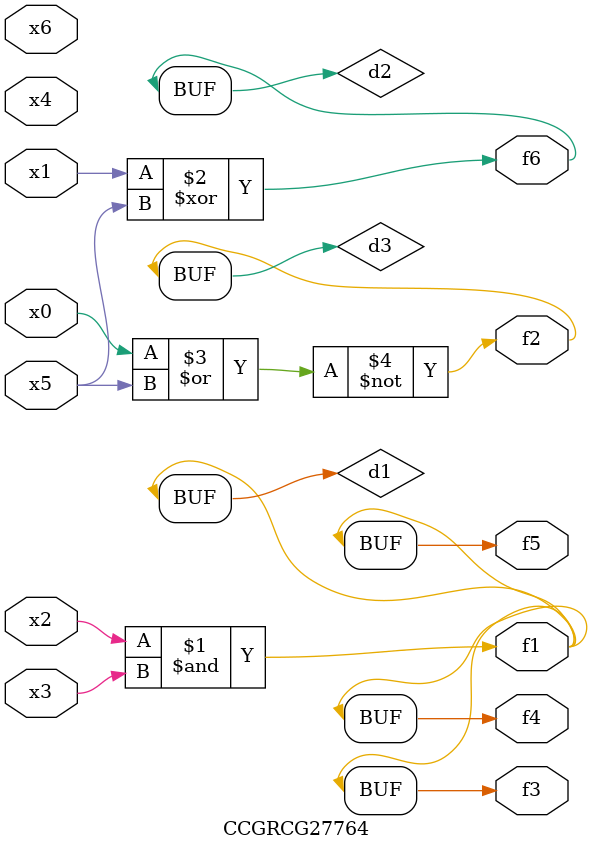
<source format=v>
module CCGRCG27764(
	input x0, x1, x2, x3, x4, x5, x6,
	output f1, f2, f3, f4, f5, f6
);

	wire d1, d2, d3;

	and (d1, x2, x3);
	xor (d2, x1, x5);
	nor (d3, x0, x5);
	assign f1 = d1;
	assign f2 = d3;
	assign f3 = d1;
	assign f4 = d1;
	assign f5 = d1;
	assign f6 = d2;
endmodule

</source>
